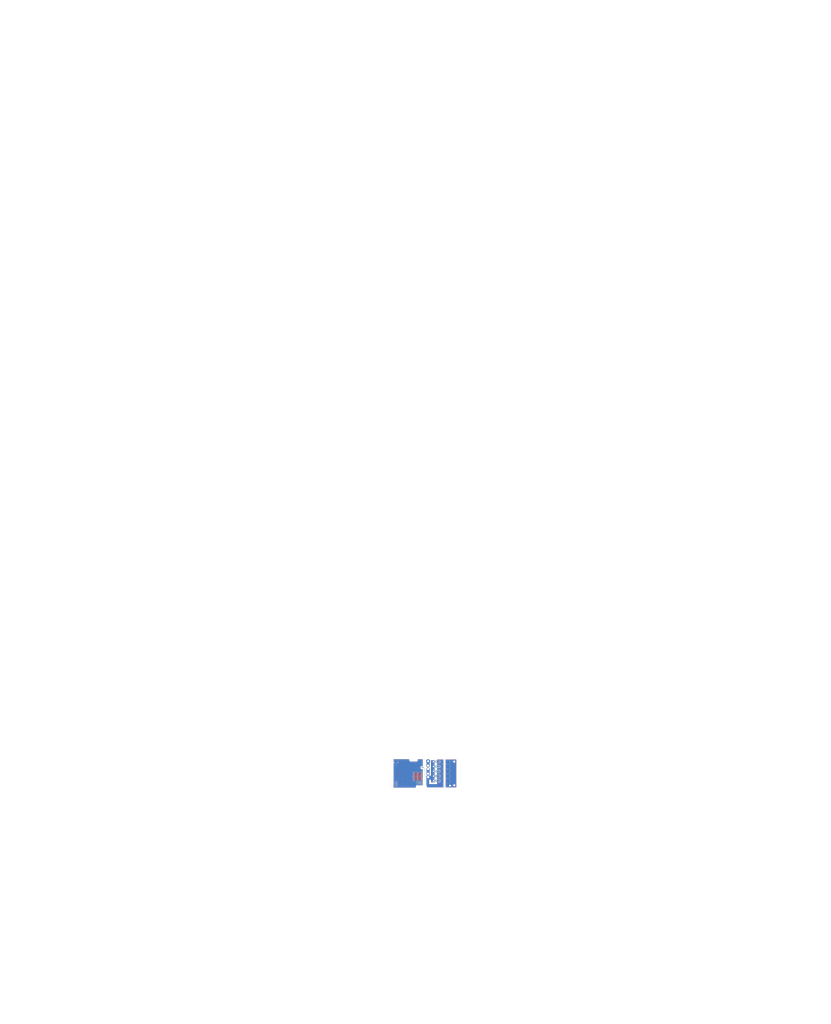
<source format=kicad_pcb>
(kicad_pcb (version 20211014) (generator pcbnew)
  (layers (0 "F.Cu" signal) (31 "B.Cu" signal) (34 "B.Paste" user) (35 "F.Paste" user) (36 "B.SilkS" user "B.Silkscreen") (37 "F.SilkS" user "F.Silkscreen") (38 "B.Mask" user) (39 "F.Mask" user) (44 "Edge.Cuts" user))
  (net 0 "")
  (net 33 "Net-(F1-Pad2)")
  (net 34 "Net-(F2-Pad2)")
  (net 35 "Net-(F3-Pad2)")
  (net 36 "Net-(F4-Pad2)")
  (net 37 "GND")
  (net 38 "+24V")
  (net 39 "Net-(F5-Pad2)")
  (net 40 "Net-(J2-Pad1)")
  (net 41 "Net-(J10-Pad2)")
  (net 42 "Net-(J10-Pad3)")
  (net 43 "+5V")
  (net 44 "GND1")
  (net 69 "Net-(P1-PadA6)")
  (net 70 "Net-(J14-Pad1)")
  (net 71 "Net-(J11-Pad1)")
  (net 72 "Net-(J11-Pad2)")
  (net 73 "Net-(J11-Pad3)")
  (net 74 "Net-(J11-Pad4)")
  (net 75 "Net-(J11-Pad5)")
  (net 76 "Net-(J11-Pad6)")
  (net 77 "Net-(J11-Pad7)")
  (net 78 "Net-(P1-PadA7)")
  (footprint "Connector_JST:JST_XH_B4B-XH-A_1x04_P2.50mm_Vertical" (layer "F.Cu") (at 94 119 -90)
    (fp_text reference "J9" (at 3.75 -3.55 90) (layer "F.SilkS"))
    (fp_text value "Bluetooth Module")
    (pad "1" thru_hole roundrect (at 0 0 270) (size 1.7 1.95) (drill 0.95) (layers *.Cu *.Mask) (roundrect_rratio 0.1470588235) (net 43 "+5V"))
    (pad "2" thru_hole oval (at 2.5 0 270) (size 1.7 1.95) (drill 0.95) (layers *.Cu *.Mask) (net 41 "Net-(J10-Pad2)"))
    (pad "3" thru_hole oval (at 5 0 270) (size 1.7 1.95) (drill 0.95) (layers *.Cu *.Mask) (net 42 "Net-(J10-Pad3)"))
    (pad "4" thru_hole oval (at 7.5 0 270) (size 1.7 1.95) (drill 0.95) (layers *.Cu *.Mask) (net 44 "GND1"))
  )
  (footprint "Fuse:Fuseholder_Cylinder-5x20mm_Schurter_0031_8201_Horizontal_Open" (layer "F.Cu") (at 207 116 180)
    (fp_text reference "F2" (at 11.25 -6) (layer "F.SilkS"))
    (fp_text value "Fuse 1")
    (pad "" np_thru_hole circle (at 11.25 0 180) (size 2.7 2.7) (drill 2.7) (layers *.Cu *.Mask))
    (pad "1" thru_hole circle (at 0 0 180) (size 3 3) (drill 1.3) (layers *.Cu *.Mask) (net 37 "GND"))
    (pad "2" thru_hole circle locked (at 22.5 0 180) (size 3 3) (drill 1.3) (layers *.Cu *.Mask) (net 34 "Net-(F2-Pad2)"))
  )
  (footprint "MountingHole:MountingHole_4mm_Pad_TopBottom" (layer "F.Cu") (at 207 126)
    (fp_text reference "J1" (at 0 -5) (layer "F.SilkS"))
    (fp_text value "BMS Output (C-)")
    (pad "1" connect circle (at 0 0) (size 8 8) (layers "F.Cu" "F.Mask") (net 37 "GND"))
    (pad "1" thru_hole circle (at 0 0) (size 4.4 4.4) (drill 4) (layers *.Cu *.Mask) (net 37 "GND"))
    (pad "1" connect circle (at 0 0) (size 8 8) (layers "B.Cu" "B.Mask") (net 37 "GND"))
  )
  (footprint "Connector_JST:JST_XH_B4B-XH-A_1x04_P2.50mm_Vertical" (layer "F.Cu") (at 139.5 121)
    (fp_text reference "J10" (at 3.75 -3.55) (layer "F.SilkS"))
    (fp_text value "BMS Serial")
    (pad "1" thru_hole roundrect (at 0 0) (size 1.7 1.95) (drill 0.95) (layers *.Cu *.Mask) (roundrect_rratio 0.1470588235) (net 43 "+5V"))
    (pad "2" thru_hole oval (at 2.5 0) (size 1.7 1.95) (drill 0.95) (layers *.Cu *.Mask) (net 41 "Net-(J10-Pad2)"))
    (pad "3" thru_hole oval (at 5 0) (size 1.7 1.95) (drill 0.95) (layers *.Cu *.Mask) (net 42 "Net-(J10-Pad3)"))
    (pad "4" thru_hole oval (at 7.5 0) (size 1.7 1.95) (drill 0.95) (layers *.Cu *.Mask) (net 44 "GND1"))
  )
  (footprint "Connector_JST:JST_XH_B7B-XH-A_1x07_P2.50mm_Vertical" (layer "F.Cu") (at 147.475 114.5 90)
    (fp_text reference "J13" (at 7.5 -3.55 90) (layer "F.SilkS"))
    (fp_text value "Batt Bal")
    (pad "1" thru_hole roundrect (at 0 0 90) (size 1.7 1.95) (drill 0.95) (layers *.Cu *.Mask) (roundrect_rratio 0.1470588235) (net 71 "Net-(J11-Pad1)"))
    (pad "2" thru_hole oval (at 2.5 0 90) (size 1.7 1.95) (drill 0.95) (layers *.Cu *.Mask) (net 72 "Net-(J11-Pad2)"))
    (pad "3" thru_hole oval (at 5 0 90) (size 1.7 1.95) (drill 0.95) (layers *.Cu *.Mask) (net 73 "Net-(J11-Pad3)"))
    (pad "4" thru_hole oval (at 7.5 0 90) (size 1.7 1.95) (drill 0.95) (layers *.Cu *.Mask) (net 74 "Net-(J11-Pad4)"))
    (pad "5" thru_hole oval (at 10 0 90) (size 1.7 1.95) (drill 0.95) (layers *.Cu *.Mask) (net 75 "Net-(J11-Pad5)"))
    (pad "6" thru_hole oval (at 12.5 0 90) (size 1.7 1.95) (drill 0.95) (layers *.Cu *.Mask) (net 76 "Net-(J11-Pad6)"))
    (pad "7" thru_hole oval (at 15 0 90) (size 1.7 1.95) (drill 0.95) (layers *.Cu *.Mask) (net 77 "Net-(J11-Pad7)"))
  )
  (footprint "Fuse:Fuseholder_Cylinder-5x20mm_Schurter_0031_8201_Horizontal_Open" (layer "F.Cu") (at 207 96 180)
    (fp_text reference "F3" (at 11.25 -6) (layer "F.SilkS"))
    (fp_text value "Fuse 3")
    (pad "" np_thru_hole circle (at 11.25 0 180) (size 2.7 2.7) (drill 2.7) (layers *.Cu *.Mask))
    (pad "1" thru_hole circle (at 0 0 180) (size 3 3) (drill 1.3) (layers *.Cu *.Mask) (net 37 "GND"))
    (pad "2" thru_hole circle (at 22.5 0 180) (size 3 3) (drill 1.3) (layers *.Cu *.Mask) (net 35 "Net-(F3-Pad2)"))
  )
  (footprint "Connector_AMASS:AMASS_XT30U-M_1x02_P5.0mm_Vertical" (layer "F.Cu") (at 177.5 86 180)
    (fp_text reference "J6" (at 2.5 -4) (layer "F.SilkS"))
    (fp_text value "Output 4" (at 2.5 4) (layer "F.SilkS"))
    (fp_text user "-" (at -4 0) (layer "F.SilkS") (effects (font (size 1.5 1.5))))
    (fp_text user "+" (at 9 0) (layer "F.SilkS") (effects (font (size 1.5 1.5))))
    (pad "1" thru_hole rect (at 0 0 180) (size 3.8 3.8) (drill 2.7) (layers *.Cu *.Mask) (net 36 "Net-(F4-Pad2)"))
    (pad "2" thru_hole circle (at 5 0 180) (size 3.8 3.8) (drill 2.7) (layers *.Cu *.Mask) (net 38 "+24V"))
  )
  (footprint "Connector_AMASS:AMASS_XT30U-M_1x02_P5.0mm_Vertical" (layer "F.Cu") (at 177.5 116 180)
    (fp_text reference "J4" (at 2.5 -4) (layer "F.SilkS"))
    (fp_text value "Output 1" (at 2.5 4) (layer "F.SilkS"))
    (fp_text user "+" (at 9 0) (layer "F.SilkS") (effects (font (size 1.5 1.5))))
    (fp_text user "-" (at -4 0) (layer "F.SilkS") (effects (font (size 1.5 1.5))))
    (pad "1" thru_hole rect (at 0 0 180) (size 3.8 3.8) (drill 2.7) (layers *.Cu *.Mask) (net 34 "Net-(F2-Pad2)"))
    (pad "2" thru_hole circle (at 5 0 180) (size 3.8 3.8) (drill 2.7) (layers *.Cu *.Mask) (net 38 "+24V"))
  )
  (footprint "Package_DFN_QFN:QFN-24-1EP_4x4mm_P0.5mm_EP2.6x2.6mm" (layer "F.Cu") (at 94 85)
    (fp_text reference "U2" (at 0 -3.3) (layer "F.SilkS"))
    (fp_text value "CP2104")
    (pad "1" smd roundrect (at -1.9375 -1.25) (size 0.825 0.25) (layers "F.Cu" "F.Paste" "F.Mask"))
    (pad "2" smd roundrect (at -1.9375 -0.75) (size 0.825 0.25) (layers "F.Cu" "F.Paste" "F.Mask") (net 44 "GND1"))
    (pad "3" smd roundrect (at -1.9375 -0.25) (size 0.825 0.25) (layers "F.Cu" "F.Paste" "F.Mask") (net 69 "Net-(P1-PadA6)"))
    (pad "4" smd roundrect (at -1.9375 0.25) (size 0.825 0.25) (layers "F.Cu" "F.Paste" "F.Mask") (net 78 "Net-(P1-PadA7)"))
    (pad "5" smd roundrect (at -1.9375 0.75) (size 0.825 0.25) (layers "F.Cu" "F.Paste" "F.Mask"))
    (pad "6" smd roundrect (at -1.9375 1.25) (size 0.825 0.25) (layers "F.Cu" "F.Paste" "F.Mask"))
    (pad "7" smd roundrect (at -1.25 1.9375) (size 0.25 0.825) (layers "F.Cu" "F.Paste" "F.Mask"))
    (pad "8" smd roundrect (at -0.75 1.9375) (size 0.25 0.825) (layers "F.Cu" "F.Paste" "F.Mask"))
    (pad "9" smd roundrect (at -0.25 1.9375) (size 0.25 0.825) (layers "F.Cu" "F.Paste" "F.Mask"))
    (pad "10" smd roundrect (at 0.25 1.9375) (size 0.25 0.825) (layers "F.Cu" "F.Paste" "F.Mask"))
    (pad "11" smd roundrect (at 0.75 1.9375) (size 0.25 0.825) (layers "F.Cu" "F.Paste" "F.Mask"))
    (pad "12" smd roundrect (at 1.25 1.9375) (size 0.25 0.825) (layers "F.Cu" "F.Paste" "F.Mask"))
    (pad "13" smd roundrect (at 1.9375 1.25) (size 0.825 0.25) (layers "F.Cu" "F.Paste" "F.Mask"))
    (pad "14" smd roundrect (at 1.9375 0.75) (size 0.825 0.25) (layers "F.Cu" "F.Paste" "F.Mask"))
    (pad "15" smd roundrect (at 1.9375 0.25) (size 0.825 0.25) (layers "F.Cu" "F.Paste" "F.Mask"))
    (pad "16" smd roundrect (at 1.9375 -0.25) (size 0.825 0.25) (layers "F.Cu" "F.Paste" "F.Mask"))
    (pad "17" smd roundrect (at 1.9375 -0.75) (size 0.825 0.25) (layers "F.Cu" "F.Paste" "F.Mask"))
    (pad "18" smd roundrect (at 1.9375 -1.25) (size 0.825 0.25) (layers "F.Cu" "F.Paste" "F.Mask"))
    (pad "19" smd roundrect (at 1.25 -1.9375) (size 0.25 0.825) (layers "F.Cu" "F.Paste" "F.Mask"))
    (pad "20" smd roundrect (at 0.75 -1.9375) (size 0.25 0.825) (layers "F.Cu" "F.Paste" "F.Mask"))
    (pad "21" smd roundrect (at 0.25 -1.9375) (size 0.25 0.825) (layers "F.Cu" "F.Paste" "F.Mask"))
    (pad "22" smd roundrect (at -0.25 -1.9375) (size 0.25 0.825) (layers "F.Cu" "F.Paste" "F.Mask"))
    (pad "23" smd roundrect (at -0.75 -1.9375) (size 0.25 0.825) (layers "F.Cu" "F.Paste" "F.Mask"))
    (pad "24" smd roundrect (at -1.25 -1.9375) (size 0.25 0.825) (layers "F.Cu" "F.Paste" "F.Mask"))
    (pad "25" smd rect (at 0 0) (size 2.6 2.6) (layers "F.Cu" "F.Mask") (net 44 "GND1"))
  )
  (footprint "Connector_AMASS:AMASS_XT30U-M_1x02_P5.0mm_Vertical" (layer "F.Cu") (at 177.5 96 180)
    (fp_text reference "J5" (at 2.5 -4) (layer "F.SilkS"))
    (fp_text value "Output 3" (at 2.5 4) (layer "F.SilkS"))
    (fp_text user "-" (at -4 0) (layer "F.SilkS") (effects (font (size 1.5 1.5))))
    (fp_text user "+" (at 9 0) (layer "F.SilkS") (effects (font (size 1.5 1.5))))
    (pad "1" thru_hole rect (at 0 0 180) (size 3.8 3.8) (drill 2.7) (layers *.Cu *.Mask) (net 35 "Net-(F3-Pad2)"))
    (pad "2" thru_hole circle (at 5 0 180) (size 3.8 3.8) (drill 2.7) (layers *.Cu *.Mask) (net 38 "+24V"))
  )
  (footprint "Connector_AMASS:AMASS_XT60-M_1x02_P7.20mm_Vertical" (layer "F.Cu") (at 161 84 -90)
    (fp_text reference "J8" (at 3.6 -5.3 90) (layer "F.SilkS"))
    (fp_text value "Power Meter" (at 5 6 90) (layer "F.SilkS"))
    (pad "1" thru_hole roundrect (at 0 0 270) (size 6 6) (drill 4.5) (layers *.Cu *.Mask) (net 40 "Net-(J2-Pad1)"))
    (pad "2" thru_hole circle (at 7.2 0 270) (size 6 6) (drill 4.5) (layers *.Cu *.Mask) (net 70 "Net-(J14-Pad1)"))
  )
  (footprint "MountingHole:MountingHole_4mm_Pad_TopBottom" (layer "F.Cu") (at 161 74.93)
    (fp_text reference "J2" (at 0 -5) (layer "F.SilkS"))
    (fp_text value "BMS Input (B-)")
    (pad "1" connect circle (at 0 0) (size 8 8) (layers "B.Cu" "B.Mask") (net 40 "Net-(J2-Pad1)"))
    (pad "1" thru_hole circle (at 0 0) (size 4.4 4.4) (drill 4) (layers *.Cu *.Mask) (net 40 "Net-(J2-Pad1)"))
    (pad "1" connect circle (at 0 0) (size 8 8) (layers "F.Cu" "F.Mask") (net 40 "Net-(J2-Pad1)"))
  )
  (footprint "RF_Module:ESP32-WROOM-32" (layer "F.Cu") (at 98.5 100.5 90)
    (fp_text reference "U1" (at -10.61 8.43) (layer "F.SilkS"))
    (fp_text value "ESP32-WROOM-32")
    (pad "1" smd rect (at -8.75 -8.25 90) (size 1.5 0.9) (layers "F.Cu" "F.Paste" "F.Mask") (net 44 "GND1"))
    (pad "2" smd rect (at -8.75 -6.98 90) (size 1.5 0.9) (layers "F.Cu" "F.Paste" "F.Mask") (net 43 "+5V"))
    (pad "3" smd rect (at -8.75 -5.71 90) (size 1.5 0.9) (layers "F.Cu" "F.Paste" "F.Mask"))
    (pad "4" smd rect (at -8.75 -4.44 90) (size 1.5 0.9) (layers "F.Cu" "F.Paste" "F.Mask"))
    (pad "5" smd rect (at -8.75 -3.17 90) (size 1.5 0.9) (layers "F.Cu" "F.Paste" "F.Mask"))
    (pad "6" smd rect (at -8.75 -1.9 90) (size 1.5 0.9) (layers "F.Cu" "F.Paste" "F.Mask"))
    (pad "7" smd rect (at -8.75 -0.63 90) (size 1.5 0.9) (layers "F.Cu" "F.Paste" "F.Mask"))
    (pad "8" smd rect (at -8.75 0.64 90) (size 1.5 0.9) (layers "F.Cu" "F.Paste" "F.Mask"))
    (pad "9" smd rect (at -8.75 1.91 90) (size 1.5 0.9) (layers "F.Cu" "F.Paste" "F.Mask"))
    (pad "10" smd rect (at -8.75 3.18 90) (size 1.5 0.9) (layers "F.Cu" "F.Paste" "F.Mask"))
    (pad "11" smd rect (at -8.75 4.45 90) (size 1.5 0.9) (layers "F.Cu" "F.Paste" "F.Mask"))
    (pad "12" smd rect (at -8.75 5.72 90) (size 1.5 0.9) (layers "F.Cu" "F.Paste" "F.Mask"))
    (pad "13" smd rect (at -8.75 6.99 90) (size 1.5 0.9) (layers "F.Cu" "F.Paste" "F.Mask"))
    (pad "14" smd rect (at -8.75 8.26 90) (size 1.5 0.9) (layers "F.Cu" "F.Paste" "F.Mask"))
    (pad "15" smd rect (at -5.71 9.51 180) (size 1.5 0.9) (layers "F.Cu" "F.Paste" "F.Mask") (net 44 "GND1"))
    (pad "16" smd rect (at -4.44 9.51 180) (size 1.5 0.9) (layers "F.Cu" "F.Paste" "F.Mask"))
    (pad "17" smd rect (at -3.17 9.51 180) (size 1.5 0.9) (layers "F.Cu" "F.Paste" "F.Mask"))
    (pad "18" smd rect (at -1.9 9.51 180) (size 1.5 0.9) (layers "F.Cu" "F.Paste" "F.Mask"))
    (pad "19" smd rect (at -0.63 9.51 180) (size 1.5 0.9) (layers "F.Cu" "F.Paste" "F.Mask"))
    (pad "20" smd rect (at 0.64 9.51 180) (size 1.5 0.9) (layers "F.Cu" "F.Paste" "F.Mask"))
    (pad "21" smd rect (at 1.91 9.51 180) (size 1.5 0.9) (layers "F.Cu" "F.Paste" "F.Mask"))
    (pad "22" smd rect (at 3.18 9.51 180) (size 1.5 0.9) (layers "F.Cu" "F.Paste" "F.Mask"))
    (pad "23" smd rect (at 4.45 9.51 180) (size 1.5 0.9) (layers "F.Cu" "F.Paste" "F.Mask"))
    (pad "24" smd rect (at 5.72 9.51 180) (size 1.5 0.9) (layers "F.Cu" "F.Paste" "F.Mask"))
    (pad "25" smd rect (at 8.75 8.26 90) (size 1.5 0.9) (layers "F.Cu" "F.Paste" "F.Mask"))
    (pad "26" smd rect (at 8.75 6.99 90) (size 1.5 0.9) (layers "F.Cu" "F.Paste" "F.Mask"))
    (pad "27" smd rect (at 8.75 5.72 90) (size 1.5 0.9) (layers "F.Cu" "F.Paste" "F.Mask"))
    (pad "28" smd rect (at 8.75 4.45 90) (size 1.5 0.9) (layers "F.Cu" "F.Paste" "F.Mask"))
    (pad "29" smd rect (at 8.75 3.18 90) (size 1.5 0.9) (layers "F.Cu" "F.Paste" "F.Mask"))
    (pad "30" smd rect (at 8.75 1.91 90) (size 1.5 0.9) (layers "F.Cu" "F.Paste" "F.Mask"))
    (pad "31" smd rect (at 8.75 0.64 90) (size 1.5 0.9) (layers "F.Cu" "F.Paste" "F.Mask"))
    (pad "32" smd rect (at 8.75 -0.63 90) (size 1.5 0.9) (layers "F.Cu" "F.Paste" "F.Mask"))
    (pad "33" smd rect (at 8.75 -1.9 90) (size 1.5 0.9) (layers "F.Cu" "F.Paste" "F.Mask"))
    (pad "34" smd rect (at 8.75 -3.17 90) (size 1.5 0.9) (layers "F.Cu" "F.Paste" "F.Mask") (net 41 "Net-(J10-Pad2)"))
    (pad "35" smd rect (at 8.75 -4.44 90) (size 1.5 0.9) (layers "F.Cu" "F.Paste" "F.Mask") (net 42 "Net-(J10-Pad3)"))
    (pad "36" smd rect (at 8.75 -5.71 90) (size 1.5 0.9) (layers "F.Cu" "F.Paste" "F.Mask"))
    (pad "37" smd rect (at 8.75 -6.98 90) (size 1.5 0.9) (layers "F.Cu" "F.Paste" "F.Mask"))
    (pad "38" smd rect (at 8.75 -8.25 90) (size 1.5 0.9) (layers "F.Cu" "F.Paste" "F.Mask") (net 44 "GND1"))
    (pad "39" thru_hole circle (at 0.0825 -0.91 90) (size 0.475 0.475) (drill 0.2) (property pad_prop_heatsink) (layers *.Cu "F.Mask") (net 44 "GND1"))
    (pad "39" thru_hole circle (at -2.205 -1.6725 90) (size 0.475 0.475) (drill 0.2) (property pad_prop_heatsink) (layers *.Cu "F.Mask") (net 44 "GND1"))
    (pad "39" thru_hole circle (at 0.845 -0.1475 90) (size 0.475 0.475) (drill 0.2) (property pad_prop_heatsink) (layers *.Cu "F.Mask") (net 44 "GND1"))
    (pad "39" smd rect (at -0.68 0.615 90) (size 1.05 1.05) (layers "F.Cu" "F.Paste") (net 44 "GND1"))
    (pad "39" thru_hole circle (at -1.4425 0.615 90) (size 0.475 0.475) (drill 0.2) (property pad_prop_heatsink) (layers *.Cu "F.Mask") (net 44 "GND1"))
    (pad "39" smd rect (at -2.205 -2.435 90) (size 1.05 1.05) (layers "F.Cu" "F.Paste") (net 44 "GND1"))
    (pad "39" smd rect (at 0.845 0.615 90) (size 1.05 1.05) (layers "F.Cu" "F.Paste") (net 44 "GND1"))
    (pad "39" thru_hole circle (at -0.68 -0.1475 90) (size 0.475 0.475) (drill 0.2) (property pad_prop_heatsink) (layers *.Cu "F.Mask") (net 44 "GND1"))
    (pad "39" thru_hole circle (at 0.845 -1.6725 90) (size 0.475 0.475) (drill 0.2) (property pad_prop_heatsink) (layers *.Cu "F.Mask") (net 44 "GND1"))
    (pad "39" thru_hole circle (at -1.4425 -2.435 90) (size 0.475 0.475) (drill 0.2) (property pad_prop_heatsink) (layers *.Cu "F.Mask") (net 44 "GND1"))
    (pad "39" smd rect (at -2.205 0.615 90) (size 1.05 1.05) (layers "F.Cu" "F.Paste") (net 44 "GND1"))
    (pad "39" smd rect (at -2.205 -0.91 90) (size 1.05 1.05) (layers "F.Cu" "F.Paste") (net 44 "GND1"))
    (pad "39" thru_hole circle (at 0.0825 0.615 90) (size 0.475 0.475) (drill 0.2) (property pad_prop_heatsink) (layers *.Cu "F.Mask") (net 44 "GND1"))
    (pad "39" smd rect (at -0.68 -0.91 90) (size 1.05 1.05) (layers "F.Cu" "F.Paste") (net 44 "GND1"))
    (pad "39" thru_hole circle (at -0.68 -1.6725 90) (size 0.475 0.475) (drill 0.2) (property pad_prop_heatsink) (layers *.Cu "F.Mask") (net 44 "GND1"))
    (pad "39" thru_hole circle (at 0.0825 -2.435 90) (size 0.475 0.475) (drill 0.2) (property pad_prop_heatsink) (layers *.Cu "F.Mask") (net 44 "GND1"))
    (pad "39" smd rect (at 0.845 -2.435 90) (size 1.05 1.05) (layers "F.Cu" "F.Paste") (net 44 "GND1"))
    (pad "39" smd rect (at -0.68 -2.435 90) (size 1.05 1.05) (layers "F.Cu" "F.Paste") (net 44 "GND1"))
    (pad "39" thru_hole circle (at -2.205 -0.1475 90) (size 0.475 0.475) (drill 0.2) (property pad_prop_heatsink) (layers *.Cu "F.Mask") (net 44 "GND1"))
    (pad "39" thru_hole circle (at -1.4425 -0.91 90) (size 0.475 0.475) (drill 0.2) (property pad_prop_heatsink) (layers *.Cu "F.Mask") (net 44 "GND1"))
    (pad "39" smd rect (at 0.845 -0.91 90) (size 1.05 1.05) (layers "F.Cu" "F.Paste") (net 44 "GND1"))
    (pad "39" smd rect (at -0.68 -0.91 90) (size 4.2 4.2) (layers "F.Cu" "F.Mask") (net 44 "GND1"))
    (zone (net 0) (net_name "") (layers "F.Cu" "In1.Cu" "B.Cu") (connect_pads (clearance 0)) (min_thickness 0.254)
      (keepout (tracks not_allowed) (vias not_allowed) (pads not_allowed) (copperpour not_allowed) (footprints not_allowed))
      (fill (thermal_gap 0.508) (thermal_bridge_width 0.508))
      (polygon (pts (xy 88.7 124.5) (xy 88.7 76.5) (xy 67.76 76.5) (xy 67.76 124.5)))
    )
  )
  (footprint "Connector_JST:JST_XH_B7B-XH-A_1x07_P2.50mm_Vertical" (layer "F.Cu") (at 131.475 114.5 90)
    (fp_text reference "J11" (at 7.5 -3.55 90) (layer "F.SilkS"))
    (fp_text value "Panel Bal")
    (pad "1" thru_hole roundrect (at 0 0 90) (size 1.7 1.95) (drill 0.95) (layers *.Cu *.Mask) (roundrect_rratio 0.1470588235) (net 71 "Net-(J11-Pad1)"))
    (pad "2" thru_hole oval (at 2.5 0 90) (size 1.7 1.95) (drill 0.95) (layers *.Cu *.Mask) (net 72 "Net-(J11-Pad2)"))
    (pad "3" thru_hole oval (at 5 0 90) (size 1.7 1.95) (drill 0.95) (layers *.Cu *.Mask) (net 73 "Net-(J11-Pad3)"))
    (pad "4" thru_hole oval (at 7.5 0 90) (size 1.7 1.95) (drill 0.95) (layers *.Cu *.Mask) (net 74 "Net-(J11-Pad4)"))
    (pad "5" thru_hole oval (at 10 0 90) (size 1.7 1.95) (drill 0.95) (layers *.Cu *.Mask) (net 75 "Net-(J11-Pad5)"))
    (pad "6" thru_hole oval (at 12.5 0 90) (size 1.7 1.95) (drill 0.95) (layers *.Cu *.Mask) (net 76 "Net-(J11-Pad6)"))
    (pad "7" thru_hole oval (at 15 0 90) (size 1.7 1.95) (drill 0.95) (layers *.Cu *.Mask) (net 77 "Net-(J11-Pad7)"))
  )
  (footprint "Connector_AMASS:AMASS_XT60-M_1x02_P7.20mm_Vertical" (layer "F.Cu") (at 161 101 -90)
    (fp_text reference "J14" (at 3.6 -5.3 90) (layer "F.SilkS"))
    (fp_text value "Battery" (at 4 6 -90) (layer "F.SilkS"))
    (pad "1" thru_hole roundrect (at 0 0 270) (size 6 6) (drill 4.5) (layers *.Cu *.Mask) (net 70 "Net-(J14-Pad1)"))
    (pad "2" thru_hole circle (at 7.2 0 270) (size 6 6) (drill 4.5) (layers *.Cu *.Mask) (net 38 "+24V"))
  )
  (footprint "Connector_JST:JST_XH_B7B-XH-A_1x07_P2.50mm_Vertical" (layer "F.Cu") (at 139.475 114.5 90)
    (fp_text reference "J12" (at 7.5 -3.55 90) (layer "F.SilkS"))
    (fp_text value "BMS Bal")
    (pad "1" thru_hole roundrect (at 0 0 90) (size 1.7 1.95) (drill 0.95) (layers *.Cu *.Mask) (roundrect_rratio 0.1470588235) (net 71 "Net-(J11-Pad1)"))
    (pad "2" thru_hole oval (at 2.5 0 90) (size 1.7 1.95) (drill 0.95) (layers *.Cu *.Mask) (net 72 "Net-(J11-Pad2)"))
    (pad "3" thru_hole oval (at 5 0 90) (size 1.7 1.95) (drill 0.95) (layers *.Cu *.Mask) (net 73 "Net-(J11-Pad3)"))
    (pad "4" thru_hole oval (at 7.5 0 90) (size 1.7 1.95) (drill 0.95) (layers *.Cu *.Mask) (net 74 "Net-(J11-Pad4)"))
    (pad "5" thru_hole oval (at 10 0 90) (size 1.7 1.95) (drill 0.95) (layers *.Cu *.Mask) (net 75 "Net-(J11-Pad5)"))
    (pad "6" thru_hole oval (at 12.5 0 90) (size 1.7 1.95) (drill 0.95) (layers *.Cu *.Mask) (net 76 "Net-(J11-Pad6)"))
    (pad "7" thru_hole oval (at 15 0 90) (size 1.7 1.95) (drill 0.95) (layers *.Cu *.Mask) (net 77 "Net-(J11-Pad7)"))
  )
  (footprint "Fuse:Fuseholder_Cylinder-5x20mm_Schurter_0031_8201_Horizontal_Open" (layer "F.Cu") (at 207 106 180)
    (fp_text reference "F1" (at 11.25 -6) (layer "F.SilkS"))
    (fp_text value "Fuse 2")
    (pad "" np_thru_hole circle (at 11.25 0 180) (size 2.7 2.7) (drill 2.7) (layers *.Cu *.Mask))
    (pad "1" thru_hole circle (at 0 0 180) (size 3 3) (drill 1.3) (layers *.Cu *.Mask) (net 37 "GND"))
    (pad "2" thru_hole circle (at 22.5 0 180) (size 3 3) (drill 1.3) (layers *.Cu *.Mask) (net 33 "Net-(F1-Pad2)"))
  )
  (footprint "Connector_USB:USB_C_Receptacle_GCT_USB4105-xx-A_16P_TopMnt_Horizontal" (layer "F.Cu") (at 94 75 180)
    (fp_text reference "P1" (at 0 -5.5 180 unlocked) (layer "F.SilkS"))
    (fp_text value "USB_C_Plug_USB2.0")
    (pad "" np_thru_hole circle (at 2.89 -2.605 180) (size 0.65 0.65) (drill 0.65) (layers F&B.Cu *.Mask))
    (pad "" np_thru_hole circle (at -2.89 -2.605 180) (size 0.65 0.65) (drill 0.65) (layers F&B.Cu *.Mask))
    (pad "A1" smd rect (at -3.2 -3.68 180) (size 0.6 1.15) (layers "F.Cu" "F.Paste" "F.Mask") (net 44 "GND1"))
    (pad "A4" smd rect (at -2.4 -3.68 180) (size 0.6 1.15) (layers "F.Cu" "F.Paste" "F.Mask") (net 43 "+5V"))
    (pad "A5" smd rect (at -1.25 -3.68 180) (size 0.3 1.15) (layers "F.Cu" "F.Paste" "F.Mask"))
    (pad "A6" smd rect (at -0.25 -3.68 180) (size 0.3 1.15) (layers "F.Cu" "F.Paste" "F.Mask") (net 69 "Net-(P1-PadA6)"))
    (pad "A7" smd rect (at 0.25 -3.68 180) (size 0.3 1.15) (layers "F.Cu" "F.Paste" "F.Mask") (net 78 "Net-(P1-PadA7)"))
    (pad "A8" smd rect (at 1.25 -3.68 180) (size 0.3 1.15) (layers "F.Cu" "F.Paste" "F.Mask"))
    (pad "A9" smd rect (at 2.4 -3.68 180) (size 0.6 1.15) (layers "F.Cu" "F.Paste" "F.Mask") (net 43 "+5V"))
    (pad "A12" smd rect (at 3.2 -3.68 180) (size 0.6 1.15) (layers "F.Cu" "F.Paste" "F.Mask") (net 44 "GND1"))
    (pad "B1" smd rect (at 3.2 -3.68 180) (size 0.6 1.15) (layers "F.Cu" "F.Paste" "F.Mask") (net 44 "GND1"))
    (pad "B4" smd rect (at 2.4 -3.68 180) (size 0.6 1.15) (layers "F.Cu" "F.Paste" "F.Mask") (net 43 "+5V"))
    (pad "B5" smd rect (at 1.75 -3.68 180) (size 0.3 1.15) (layers "F.Cu" "F.Paste" "F.Mask"))
    (pad "B6" smd rect (at 0.75 -3.68 180) (size 0.3 1.15) (layers "F.Cu" "F.Paste" "F.Mask"))
    (pad "B7" smd rect (at -0.75 -3.68 180) (size 0.3 1.15) (layers "F.Cu" "F.Paste" "F.Mask"))
    (pad "B8" smd rect (at -1.75 -3.68 180) (size 0.3 1.15) (layers "F.Cu" "F.Paste" "F.Mask"))
    (pad "B9" smd rect (at -2.4 -3.68 180) (size 0.6 1.15) (layers "F.Cu" "F.Paste" "F.Mask") (net 43 "+5V"))
    (pad "B12" smd rect (at -3.2 -3.68 180) (size 0.6 1.15) (layers "F.Cu" "F.Paste" "F.Mask") (net 44 "GND1"))
    (pad "S1" thru_hole oval (at 4.32 -3.105 180) (size 1 2.1) (drill oval 0.6 1.7) (layers *.Cu *.Mask))
    (pad "S1" thru_hole oval (at -4.32 -3.105 180) (size 1 2.1) (drill oval 0.6 1.7) (layers *.Cu *.Mask))
    (pad "S1" thru_hole oval (at 4.32 1.075 180) (size 1 1.8) (drill oval 0.6 1.4) (layers *.Cu *.Mask))
    (pad "S1" thru_hole oval (at -4.32 1.075 180) (size 1 1.8) (drill oval 0.6 1.4) (layers *.Cu *.Mask))
  )
  (footprint "Connector_JST:JST_XH_B2B-XH-A_1x02_P2.50mm_Vertical" (layer "F.Cu") (at 148.25 88)
    (fp_text reference "J15" (at -4.5 0.5) (layer "F.SilkS"))
    (fp_text value "Power Meter VCC")
    (pad "1" thru_hole roundrect (at 0 0) (size 1.7 2) (drill 1) (layers *.Cu *.Mask) (roundrect_rratio 0.147059))
    (pad "2" thru_hole oval (at 2.5 0) (size 1.7 2) (drill 1) (layers *.Cu *.Mask) (net 38 "+24V"))
  )
  (footprint "Fuse:Fuseholder_Cylinder-5x20mm_Schurter_0031_8201_Horizontal_Open" (layer "F.Cu") (at 207 76 180)
    (fp_text reference "F5" (at 11.25 -6) (layer "F.SilkS"))
    (fp_text value "Fuse 5")
    (pad "" np_thru_hole circle (at 11.25 0 180) (size 2.7 2.7) (drill 2.7) (layers *.Cu *.Mask))
    (pad "1" thru_hole circle (at 0 0 180) (size 3 3) (drill 1.3) (layers *.Cu *.Mask) (net 37 "GND"))
    (pad "2" thru_hole circle (at 22.5 0 180) (size 3 3) (drill 1.3) (layers *.Cu *.Mask) (net 39 "Net-(F5-Pad2)"))
  )
  (footprint "Connector_AMASS:AMASS_XT30U-M_1x02_P5.0mm_Vertical" (layer "F.Cu") (at 177.5 106 180)
    (fp_text reference "J3" (at 2.5 -4) (layer "F.SilkS"))
    (fp_text value "Output 2" (at 2.5 4) (layer "F.SilkS"))
    (fp_text user "+" (at 9 0) (layer "F.SilkS") (effects (font (size 1.5 1.5))))
    (pad "1" thru_hole rect (at 0 0 180) (size 3.8 3.8) (drill 2.7) (layers *.Cu *.Mask) (net 33 "Net-(F1-Pad2)"))
    (pad "2" thru_hole circle (at 5 0 180) (size 3.8 3.8) (drill 2.7) (layers *.Cu *.Mask) (net 38 "+24V"))
  )
  (footprint "Fuse:Fuseholder_Cylinder-5x20mm_Schurter_0031_8201_Horizontal_Open" (layer "F.Cu") (at 207 86 180)
    (fp_text reference "F4" (at 11.25 -6) (layer "F.SilkS"))
    (fp_text value "Fuse 4")
    (pad "" np_thru_hole circle (at 11.25 0 180) (size 2.7 2.7) (drill 2.7) (layers *.Cu *.Mask))
    (pad "1" thru_hole circle (at 0 0 180) (size 3 3) (drill 1.3) (layers *.Cu *.Mask) (net 37 "GND"))
    (pad "2" thru_hole circle (at 22.5 0 180) (size 3 3) (drill 1.3) (layers *.Cu *.Mask) (net 36 "Net-(F4-Pad2)"))
  )
  (footprint "Connector_AMASS:AMASS_XT30U-M_1x02_P5.0mm_Vertical" (layer "F.Cu") (at 177.5 76 180)
    (fp_text reference "J7" (at 2.5 -4) (layer "F.SilkS"))
    (fp_text value "Output 5" (at 2.5 4) (layer "F.SilkS"))
    (fp_text user "-" (at -4 0) (layer "F.SilkS") (effects (font (size 1.5 1.5))))
    (fp_text user "+" (at 9 0) (layer "F.SilkS") (effects (font (size 1.5 1.5))))
    (pad "1" thru_hole rect (at 0 0 180) (size 3.8 3.8) (drill 2.7) (layers *.Cu *.Mask) (net 39 "Net-(F5-Pad2)"))
    (pad "2" thru_hole circle (at 5 0 180) (size 3.8 3.8) (drill 2.7) (layers *.Cu *.Mask) (net 38 "+24V"))
  )
  (gr_line (start 122 73.5) (end 122 72.5) (layer "Edge.Cuts") (width 0.2))
  (gr_arc (start 139 73.5) (mid 138.414214 74.914214) (end 137 75.5) (layer "Edge.Cuts") (width 0.2))
  (gr_line (start 137 75.5) (end 124 75.5) (layer "Edge.Cuts") (width 0.2))
  (gr_line (start 139 72.5) (end 139 73.5) (layer "Edge.Cuts") (width 0.2))
  (gr_line (start 137.5 125.5) (end 155.5 125.5) (layer "Edge.Cuts") (width 0.2))
  (gr_arc (start 83 130.5) (mid 81.585786 129.914214) (end 81 128.5) (layer "Edge.Cuts") (width 0.2))
  (gr_circle (center 216 75.5) (end 216 74) (layer "Edge.Cuts") (width 0.2) (fill none))
  (gr_arc (start 124 75.5) (mid 122.585786 74.914214) (end 122 73.5) (layer "Edge.Cuts") (width 0.2))
  (gr_line (start 135.5 128.5) (end 135.5 127.5) (layer "Edge.Cuts") (width 0.2))
  (gr_arc (start 155.5 125.5) (mid 156.914214 126.085786) (end 157.5 127.5) (layer "Edge.Cuts") (width 0.2))
  (gr_line (start 83 130.5) (end 133.5 130.5) (layer "Edge.Cuts") (width 0.2))
  (gr_arc (start 135.5 128.5) (mid 134.914214 129.914214) (end 133.5 130.5) (layer "Edge.Cuts") (width 0.2))
  (gr_circle (center 216 125.5) (end 216 124) (layer "Edge.Cuts") (width 0.2) (fill none))
  (gr_line (start 81 72.5) (end 81 81.5) (layer "Edge.Cuts") (width 0.2))
  (gr_line (start 81 119.5) (end 81 128.5) (layer "Edge.Cuts") (width 0.2))
  (gr_arc (start 87 115.5) (mid 86.414214 116.914214) (end 85 117.5) (layer "Edge.Cuts") (width 0.2))
  (gr_arc (start 135.5 127.5) (mid 136.085786 126.085786) (end 137.5 125.5) (layer "Edge.Cuts") (width 0.2))
  (gr_arc (start 85 83.5) (mid 86.414214 84.085786) (end 87 85.5) (layer "Edge.Cuts") (width 0.2))
  (gr_arc (start 83 83.5) (mid 81.585786 82.914214) (end 81 81.5) (layer "Edge.Cuts") (width 0.2))
  (gr_line (start 83 83.5) (end 85 83.5) (layer "Edge.Cuts") (width 0.2))
  (gr_arc (start 139 72.5) (mid 139.585786 71.085786) (end 141 70.5) (layer "Edge.Cuts") (width 0.2))
  (gr_arc (start 219 70.5) (mid 220.414214 71.085786) (end 221 72.5) (layer "Edge.Cuts") (width 0.2))
  (gr_arc (start 159.5 130.5) (mid 158.085786 129.914214) (end 157.5 128.5) (layer "Edge.Cuts") (width 0.2))
  (gr_circle (center 86 75.5) (end 86 74) (layer "Edge.Cuts") (width 0.2) (fill none))
  (gr_line (start 157.5 127.5) (end 157.5 128.5) (layer "Edge.Cuts") (width 0.2))
  (gr_line (start 85 117.5) (end 83 117.5) (layer "Edge.Cuts") (width 0.2))
  (gr_line (start 219 70.5) (end 141 70.5) (layer "Edge.Cuts") (width 0.2))
  (gr_line (start 221 128.5) (end 221 72.5) (layer "Edge.Cuts") (width 0.2))
  (gr_line (start 159.5 130.5) (end 219 130.5) (layer "Edge.Cuts") (width 0.2))
  (gr_arc (start 221 128.5) (mid 220.414214 129.914214) (end 219 130.5) (layer "Edge.Cuts") (width 0.2))
  (gr_arc (start 81 119.5) (mid 81.585786 118.085786) (end 83 117.5) (layer "Edge.Cuts") (width 0.2))
  (gr_circle (center 86 125.5) (end 86 124) (layer "Edge.Cuts") (width 0.2) (fill none))
  (gr_line (start 87 85.5) (end 87 115.5) (layer "Edge.Cuts") (width 0.2))
  (gr_arc (start 120 70.5) (mid 121.414214 71.085786) (end 122 72.5) (layer "Edge.Cuts") (width 0.2))
  (gr_arc (start 81 72.5) (mid 81.585786 71.085786) (end 83 70.5) (layer "Edge.Cuts") (width 0.2))
  (gr_line (start 120 70.5) (end 83 70.5) (layer "Edge.Cuts") (width 0.2))
  (segment (start 184.5 106) (end 177.5 106) (width 4) (layer "F.Cu") (net 33))
  (segment (start 177.5 106) (end 184.5 106) (width 4) (layer "B.Cu") (net 33))
  (segment (start 184.5 116) (end 177.5 116) (width 4) (layer "F.Cu") (net 34))
  (segment (start 177.5 116) (end 184.5 116) (width 4) (layer "B.Cu") (net 34))
  (segment (start 177.5 96) (end 184.5 96) (width 4) (layer "F.Cu") (net 35))
  (segment (start 177.5 96) (end 184.5 96) (width 4) (layer "B.Cu") (net 35))
  (segment (start 177.5 86) (end 184.5 86) (width 4) (layer "F.Cu") (net 36))
  (segment (start 177.5 86) (end 184.5 86) (width 4) (layer "B.Cu") (net 36))
  (segment (start 151 88) (end 150.75 88) (width 0.25) (layer "F.Cu") (net 38))
  (segment (start 153.5 105.5) (end 153.5 90.5) (width 0.25) (layer "B.Cu") (net 38))
  (segment (start 153.5 90.5) (end 151 88) (width 0.25) (layer "B.Cu") (net 38))
  (segment (start 156.2 108.2) (end 153.5 105.5) (width 0.25) (layer "B.Cu") (net 38))
  (segment (start 161 108.2) (end 156.2 108.2) (width 0.25) (layer "B.Cu") (net 38))
  (segment (start 177.5 76) (end 184.5 76) (width 4) (layer "F.Cu") (net 39))
  (segment (start 177.5 76) (end 184.5 76) (width 4) (layer "B.Cu") (net 39))
  (segment (start 161 74.93) (end 161 84) (width 6) (layer "F.Cu") (net 40))
  (segment (start 161 74.93) (end 161 84) (width 6) (layer "B.Cu") (net 40))
  (segment (start 138 122) (end 94.5 122) (width 0.25) (layer "F.Cu") (net 41))
  (segment (start 141 122.5) (end 138.5 122.5) (width 0.25) (layer "F.Cu") (net 41))
  (segment (start 142 121.5) (end 141 122.5) (width 0.25) (layer "F.Cu") (net 41))
  (segment (start 142 121) (end 142 121.5) (width 0.25) (layer "F.Cu") (net 41))
  (segment (start 138.5 122.5) (end 138 122) (width 0.25) (layer "F.Cu") (net 41))
  (segment (start 94.5 122) (end 94 121.5) (width 0.25) (layer "F.Cu") (net 41))
  (segment (start 137.863604 122.5) (end 95.5 122.5) (width 0.25) (layer "F.Cu") (net 42))
  (segment (start 95.5 122.5) (end 94 124) (width 0.25) (layer "F.Cu") (net 42))
  (segment (start 138.313604 122.95) (end 137.863604 122.5) (width 0.25) (layer "F.Cu") (net 42))
  (segment (start 142.55 122.95) (end 138.313604 122.95) (width 0.25) (layer "F.Cu") (net 42))
  (segment (start 144.5 121) (end 142.55 122.95) (width 0.25) (layer "F.Cu") (net 42))
  (segment (start 139.5 121) (end 139 121.5) (width 0.25) (layer "F.Cu") (net 43))
  (segment (start 94 119) (end 95 120) (width 0.25) (layer "F.Cu") (net 43))
  (segment (start 139 121.5) (end 96.5 121.5) (width 0.25) (layer "F.Cu") (net 43))
  (segment (start 96.5 121.5) (end 94 119) (width 0.25) (layer "F.Cu") (net 43))
  (segment (start 161 91.7) (end 161 101) (width 6) (layer "F.Cu") (net 70))
  (segment (start 161 91.2) (end 161 101) (width 6) (layer "B.Cu") (net 70))
  (segment (start 147.5 114.5) (end 131.5 114.5) (width 1) (layer "B.Cu") (net 71))
  (segment (start 131.5 112) (end 147.5 112) (width 1) (layer "B.Cu") (net 72))
  (segment (start 147.5 109.5) (end 131.5 109.5) (width 1) (layer "B.Cu") (net 73))
  (segment (start 131.5 107) (end 147.5 107) (width 1) (layer "B.Cu") (net 74))
  (segment (start 147.5 104.5) (end 131.5 104.5) (width 1) (layer "B.Cu") (net 75))
  (segment (start 131.5 102) (end 147.5 102) (width 1) (layer "B.Cu") (net 76))
  (segment (start 147.5 99.5) (end 131.5 99.5) (width 1) (layer "B.Cu") (net 77))
  (zone (net 44) (net_name "GND1") (layers F&B.Cu) (connect_pads (clearance 0.3)) (min_thickness 0.254) (fill yes (thermal_gap 0.508) (thermal_bridge_width 0.508))
    (polygon (pts (xy 149.5 85.5) (xy 145.5 85.500001) (xy 145.495036 91.500001) (xy 149.5 91.5) (xy 149.5 131) (xy 88.5 131) (xy 88.5 70) (xy 149.5 70)))
  )
  (zone (net 38) (net_name "+24V") (layers F&B.Cu) (connect_pads yes (clearance 1)) (min_thickness 0.254) (fill yes (thermal_gap 0.508) (thermal_bridge_width 0.508))
    (polygon (pts (xy 174.5 119) (xy 167 119) (xy 167 113.5) (xy 157.5 113.5) (xy 157.5 105) (xy 167 105) (xy 167 73) (xy 174.5 73)))
  )
  (zone (net 38) (net_name "+24V") (layers F&B.Cu) (connect_pads (clearance 1)) (min_thickness 0.254) (fill yes (thermal_gap 0.508) (thermal_bridge_width 0.508))
    (polygon (pts (xy 192.99349 127.999318) (xy 192.993572 127.976132) (xy 192.984697 130.853065) (xy 157.5 131) (xy 157.5 113.5) (xy 163 113.5) (xy 163 123) (xy 180 123) (xy 180 70) (xy 193 69.999328)))
  )
  (zone (net 37) (net_name "GND") (layers F&B.Cu) (connect_pads yes (clearance 1)) (min_thickness 0.254) (fill yes (thermal_gap 0.508) (thermal_bridge_width 0.508))
    (polygon (pts (xy 222 131) (xy 198 131) (xy 198 70) (xy 222 70)))
  )
)
</source>
